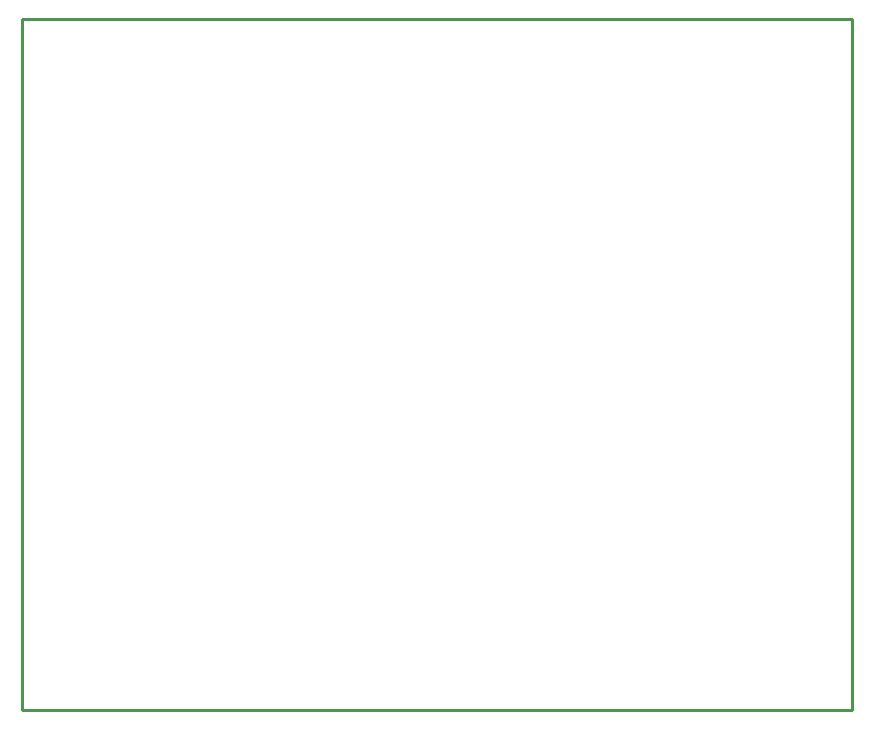
<source format=gko>
G04 Layer: BoardOutlineLayer*
G04 EasyEDA v6.5.22, 2023-03-16 00:42:12*
G04 6c7d3366ae2840beb83d5b943752a861,1465fc12622e42b796a721e2995872a7,10*
G04 Gerber Generator version 0.2*
G04 Scale: 100 percent, Rotated: No, Reflected: No *
G04 Dimensions in millimeters *
G04 leading zeros omitted , absolute positions ,4 integer and 5 decimal *
%FSLAX45Y45*%
%MOMM*%

%ADD10C,0.2540*%
D10*
X146812Y5185663D02*
G01*
X146812Y6000750D01*
X7168388Y6000750D01*
X7168388Y146050D01*
X146812Y146050D01*
X146812Y5185663D01*

%LPD*%
M02*

</source>
